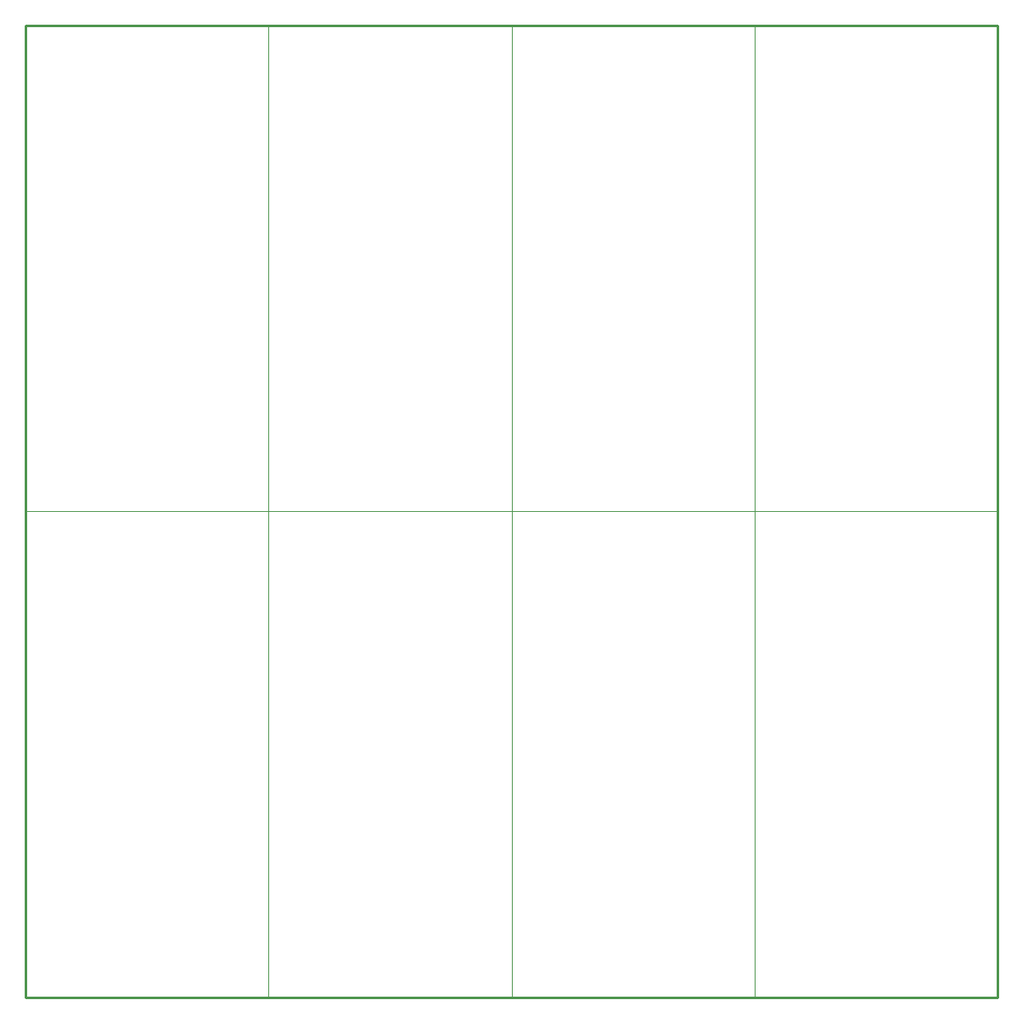
<source format=gbr>
%TF.GenerationSoftware,KiCad,Pcbnew,(5.99.0-8510-g4da28cf8f4)*%
%TF.CreationDate,2021-03-01T14:47:10+00:00*%
%TF.ProjectId,test_ledout,74657374-5f6c-4656-946f-75742e6b6963,D*%
%TF.SameCoordinates,PX5f5e100PY5f5e100*%
%TF.FileFunction,Other,User*%
%FSLAX46Y46*%
G04 Gerber Fmt 4.6, Leading zero omitted, Abs format (unit mm)*
G04 Created by KiCad (PCBNEW (5.99.0-8510-g4da28cf8f4)) date 2021-03-01 14:47:10*
%MOMM*%
%LPD*%
G01*
G04 APERTURE LIST*
%ADD10C,0.100000*%
%TA.AperFunction,Profile*%
%ADD11C,0.254000*%
%TD*%
G04 APERTURE END LIST*
D10*
X62000000Y-10000000D02*
X62000000Y90000000D01*
X87000000Y90000000D02*
X87000000Y-10000000D01*
X112000000Y-10000000D02*
X112000000Y90000000D01*
X137000000Y40000000D02*
X37000000Y40000000D01*
D11*
X37000000Y-10000000D02*
X137000000Y-10000000D01*
X37000000Y90000000D02*
X37000000Y-10000000D01*
X137000000Y90000000D02*
X37000000Y90000000D01*
X137000000Y-10000000D02*
X137000000Y90000000D01*
M02*

</source>
